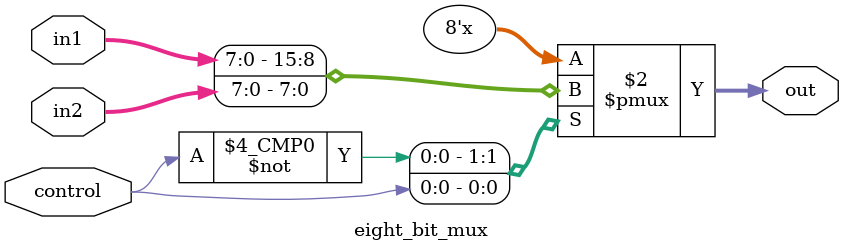
<source format=v>
`timescale 1ns / 1ps


module eight_bit_mux(
    input control, 
    input [7:0] in1, 
    input [7:0] in2, 
    output reg [7:0] out
    );

always @ (*)
    case (control)
        0: out <= in1; 
        1: out <= in2; 
    endcase 

endmodule

</source>
